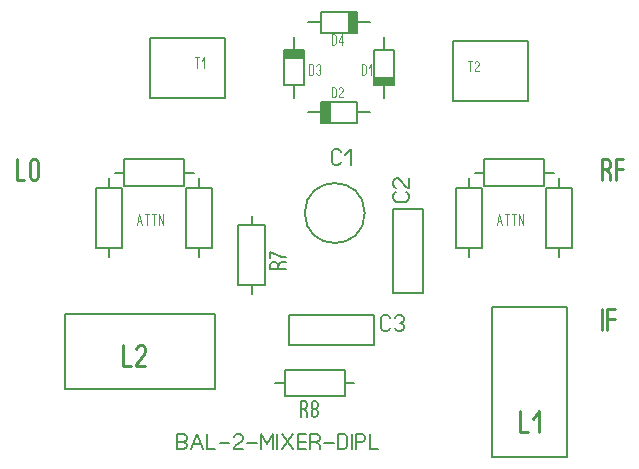
<source format=gbr>
%FSLAX34Y34*%
%MOMM*%
%LNSILK_TOP*%
G71*
G01*
%ADD10C,0.150*%
%ADD11C,0.167*%
%ADD12C,0.222*%
%ADD13C,0.100*%
%ADD14C,0.111*%
%LPD*%
G54D10*
G75*
G01X311150Y219150D02*
G03X311150Y219150I-25400J0D01*
G01*
G54D10*
X57150Y133300D02*
X57150Y69800D01*
X184150Y69800D01*
X184150Y133300D01*
X57150Y133300D01*
G54D10*
X419100Y12650D02*
X482600Y12650D01*
X482600Y139650D01*
X419100Y139650D01*
X419100Y12650D01*
G54D10*
X204171Y208920D02*
X226346Y208920D01*
X226346Y158220D01*
X204171Y158220D01*
X204171Y208920D01*
G54D10*
X215259Y209120D02*
X215259Y217020D01*
G54D10*
X215259Y158120D02*
X215259Y150220D01*
G54D11*
X237516Y174646D02*
X239183Y176646D01*
X240850Y177312D01*
X244183Y177312D01*
G54D11*
X244183Y171979D02*
X230850Y171979D01*
X230850Y175312D01*
X231683Y176646D01*
X233350Y177312D01*
X235016Y177312D01*
X236683Y176646D01*
X237516Y175312D01*
X237516Y171979D01*
G54D11*
X230850Y180979D02*
X230850Y186312D01*
X232516Y185646D01*
X235016Y184312D01*
X238350Y182979D01*
X240850Y182312D01*
X244183Y182312D01*
G54D10*
X360164Y222917D02*
X334764Y222917D01*
X334764Y151317D01*
X360164Y151317D01*
X360164Y222917D01*
G54D11*
X346030Y236791D02*
X347697Y235791D01*
X348530Y233791D01*
X348530Y231791D01*
X347697Y229791D01*
X346030Y228791D01*
X337697Y228791D01*
X336030Y229791D01*
X335197Y231791D01*
X335197Y233791D01*
X336030Y235791D01*
X337697Y236791D01*
G54D11*
X348530Y248458D02*
X348530Y240458D01*
X347697Y240458D01*
X346030Y241458D01*
X341030Y247458D01*
X339364Y248458D01*
X337697Y248458D01*
X336030Y247458D01*
X335197Y245458D01*
X335197Y243458D01*
X336030Y241458D01*
X337697Y240458D01*
G54D10*
X318818Y107440D02*
X318818Y132841D01*
X247218Y132840D01*
X247218Y107440D01*
X318818Y107440D01*
G54D11*
X332692Y121574D02*
X331692Y119907D01*
X329692Y119074D01*
X327692Y119074D01*
X325692Y119907D01*
X324692Y121574D01*
X324692Y129907D01*
X325692Y131574D01*
X327692Y132407D01*
X329692Y132407D01*
X331692Y131574D01*
X332692Y129907D01*
G54D11*
X336359Y129907D02*
X337359Y131574D01*
X339359Y132407D01*
X341359Y132407D01*
X343359Y131574D01*
X344359Y129907D01*
X344359Y128241D01*
X343359Y126574D01*
X341359Y125741D01*
X343359Y124907D01*
X344359Y123241D01*
X344359Y121574D01*
X343359Y119907D01*
X341359Y119074D01*
X339359Y119074D01*
X337359Y119907D01*
X336359Y121574D01*
G54D11*
X291023Y262361D02*
X290023Y260694D01*
X288023Y259861D01*
X286023Y259861D01*
X284023Y260694D01*
X283023Y262361D01*
X283023Y270694D01*
X284023Y272361D01*
X286023Y273194D01*
X288023Y273194D01*
X290023Y272361D01*
X291023Y270694D01*
G54D11*
X294690Y268194D02*
X299690Y273194D01*
X299690Y259861D01*
G54D10*
X294020Y86685D02*
X294020Y64510D01*
X243320Y64510D01*
X243320Y86685D01*
X294020Y86685D01*
G54D10*
X294220Y75597D02*
X302120Y75597D01*
G54D10*
X243220Y75597D02*
X235320Y75597D01*
G54D11*
X259745Y53339D02*
X261745Y51673D01*
X262412Y50006D01*
X262412Y46673D01*
G54D11*
X257079Y46673D02*
X257079Y60006D01*
X260412Y60006D01*
X261745Y59173D01*
X262412Y57506D01*
X262412Y55839D01*
X261745Y54173D01*
X260412Y53339D01*
X257079Y53339D01*
G54D11*
X269412Y53339D02*
X268079Y53339D01*
X266745Y54173D01*
X266079Y55839D01*
X266079Y57506D01*
X266745Y59173D01*
X268079Y60006D01*
X269412Y60006D01*
X270745Y59173D01*
X271412Y57506D01*
X271412Y55839D01*
X270745Y54173D01*
X269412Y53339D01*
X270745Y52506D01*
X271412Y50839D01*
X271412Y49173D01*
X270745Y47506D01*
X269412Y46673D01*
X268079Y46673D01*
X266745Y47506D01*
X266079Y49173D01*
X266079Y50839D01*
X266745Y52506D01*
X268079Y53339D01*
G54D12*
X106754Y107752D02*
X106754Y89974D01*
X112976Y89974D01*
G54D12*
X124976Y89974D02*
X117864Y89974D01*
X117864Y91086D01*
X118753Y93308D01*
X124087Y99974D01*
X124976Y102197D01*
X124976Y104419D01*
X124087Y106641D01*
X122309Y107752D01*
X120531Y107752D01*
X118753Y106641D01*
X117864Y104419D01*
G54D12*
X442883Y51422D02*
X442883Y33644D01*
X449105Y33644D01*
G54D12*
X453994Y44755D02*
X458438Y51422D01*
X458438Y33644D01*
G54D10*
X83521Y240670D02*
X105696Y240670D01*
X105696Y189970D01*
X83521Y189970D01*
X83521Y240670D01*
G54D10*
X94609Y240870D02*
X94609Y248770D01*
G54D10*
X94609Y189870D02*
X94609Y181970D01*
G54D10*
X158062Y264538D02*
X158062Y242363D01*
X107362Y242363D01*
X107362Y264538D01*
X158062Y264538D01*
G54D10*
X158262Y253451D02*
X166162Y253451D01*
G54D10*
X107262Y253451D02*
X99362Y253451D01*
G54D10*
X159712Y240596D02*
X181887Y240596D01*
X181887Y189896D01*
X159712Y189896D01*
X159712Y240596D01*
G54D10*
X170799Y240796D02*
X170799Y248696D01*
G54D10*
X170799Y189796D02*
X170799Y181896D01*
G54D10*
X388321Y240670D02*
X410496Y240670D01*
X410496Y189970D01*
X388321Y189970D01*
X388321Y240670D01*
G54D10*
X399409Y240870D02*
X399409Y248770D01*
G54D10*
X399409Y189870D02*
X399409Y181970D01*
G54D10*
X462862Y264538D02*
X462862Y242363D01*
X412162Y242363D01*
X412162Y264538D01*
X462862Y264538D01*
G54D10*
X463062Y253451D02*
X470962Y253451D01*
G54D10*
X412062Y253451D02*
X404162Y253451D01*
G54D10*
X464512Y240596D02*
X486687Y240596D01*
X486687Y189896D01*
X464512Y189896D01*
X464512Y240596D01*
G54D10*
X475599Y240796D02*
X475599Y248696D01*
G54D10*
X475599Y189796D02*
X475599Y181896D01*
G54D12*
X16323Y264939D02*
X16323Y247161D01*
X22545Y247161D01*
G54D12*
X34545Y261605D02*
X34545Y250494D01*
X33656Y248272D01*
X31878Y247161D01*
X30101Y247161D01*
X28323Y248272D01*
X27434Y250494D01*
X27434Y261605D01*
X28323Y263828D01*
X30101Y264939D01*
X31878Y264939D01*
X33656Y263828D01*
X34545Y261605D01*
G54D12*
X515178Y256050D02*
X517845Y253828D01*
X518734Y251605D01*
X518734Y247161D01*
G54D12*
X511623Y247161D02*
X511623Y264939D01*
X516068Y264939D01*
X517845Y263828D01*
X518734Y261605D01*
X518734Y259383D01*
X517845Y257161D01*
X516068Y256050D01*
X511623Y256050D01*
G54D12*
X523623Y247161D02*
X523623Y264939D01*
X529845Y264939D01*
G54D12*
X523623Y256050D02*
X529845Y256050D01*
G54D12*
X511623Y120161D02*
X511623Y137939D01*
G54D12*
X516512Y120161D02*
X516512Y137939D01*
X522734Y137939D01*
G54D12*
X516512Y129050D02*
X522734Y129050D01*
G54D10*
X304573Y371811D02*
X304573Y389211D01*
X274173Y389211D01*
X274173Y371811D01*
X304573Y371811D01*
G36*
X304473Y371911D02*
X304473Y388611D01*
X297273Y388611D01*
X297273Y371911D01*
X304473Y371911D01*
G37*
G54D13*
X304473Y371911D02*
X304473Y388611D01*
X297273Y388611D01*
X297273Y371911D01*
X304473Y371911D01*
G54D10*
X315573Y380511D02*
X304473Y380511D01*
G54D10*
X274273Y380511D02*
X263173Y380511D01*
G54D10*
X318773Y327211D02*
X336173Y327211D01*
X336173Y357611D01*
X318773Y357611D01*
X318773Y327211D01*
G36*
X318873Y327311D02*
X335573Y327311D01*
X335573Y334511D01*
X318873Y334511D01*
X318873Y327311D01*
G37*
G54D13*
X318873Y327311D02*
X335573Y327311D01*
X335573Y334511D01*
X318873Y334511D01*
X318873Y327311D01*
G54D10*
X327473Y316211D02*
X327473Y327311D01*
G54D10*
X327473Y357511D02*
X327473Y368611D01*
G54D10*
X274173Y313011D02*
X274173Y295611D01*
X304573Y295611D01*
X304573Y313011D01*
X274173Y313011D01*
G36*
X274273Y312911D02*
X274273Y296211D01*
X281473Y296211D01*
X281473Y312911D01*
X274273Y312911D01*
G37*
G54D13*
X274273Y312911D02*
X274273Y296211D01*
X281473Y296211D01*
X281473Y312911D01*
X274273Y312911D01*
G54D10*
X263173Y304311D02*
X274273Y304311D01*
G54D10*
X304473Y304311D02*
X315573Y304311D01*
G54D10*
X259973Y357611D02*
X242573Y357611D01*
X242573Y327211D01*
X259973Y327211D01*
X259973Y357611D01*
G36*
X259873Y357511D02*
X243173Y357511D01*
X243173Y350311D01*
X259873Y350311D01*
X259873Y357511D01*
G37*
G54D13*
X259873Y357511D02*
X243173Y357511D01*
X243173Y350311D01*
X259873Y350311D01*
X259873Y357511D01*
G54D10*
X251273Y368611D02*
X251273Y357511D01*
G54D10*
X251273Y327311D02*
X251273Y316211D01*
G54D14*
X308423Y336061D02*
X308423Y344950D01*
X310645Y344950D01*
X311534Y344394D01*
X311979Y343283D01*
X311979Y337728D01*
X311534Y336617D01*
X310645Y336061D01*
X308423Y336061D01*
G54D14*
X314423Y341617D02*
X316645Y344950D01*
X316645Y336061D01*
G54D14*
X283023Y317011D02*
X283023Y325900D01*
X285245Y325900D01*
X286134Y325344D01*
X286579Y324233D01*
X286579Y318678D01*
X286134Y317567D01*
X285245Y317011D01*
X283023Y317011D01*
G54D14*
X292579Y317011D02*
X289023Y317011D01*
X289023Y317567D01*
X289467Y318678D01*
X292134Y322011D01*
X292579Y323122D01*
X292579Y324233D01*
X292134Y325344D01*
X291245Y325900D01*
X290356Y325900D01*
X289467Y325344D01*
X289023Y324233D01*
G54D14*
X263973Y336061D02*
X263973Y344950D01*
X266195Y344950D01*
X267084Y344394D01*
X267529Y343283D01*
X267529Y337728D01*
X267084Y336617D01*
X266195Y336061D01*
X263973Y336061D01*
G54D14*
X269973Y343283D02*
X270417Y344394D01*
X271306Y344950D01*
X272195Y344950D01*
X273084Y344394D01*
X273529Y343283D01*
X273529Y342172D01*
X273084Y341061D01*
X272195Y340505D01*
X273084Y339950D01*
X273529Y338839D01*
X273529Y337728D01*
X273084Y336617D01*
X272195Y336061D01*
X271306Y336061D01*
X270417Y336617D01*
X269973Y337728D01*
G54D14*
X283023Y361461D02*
X283023Y370350D01*
X285245Y370350D01*
X286134Y369794D01*
X286579Y368683D01*
X286579Y363128D01*
X286134Y362017D01*
X285245Y361461D01*
X283023Y361461D01*
G54D14*
X291690Y361461D02*
X291690Y370350D01*
X289023Y364794D01*
X289023Y363683D01*
X292579Y363683D01*
G54D14*
X117923Y209061D02*
X120145Y217950D01*
X122367Y209061D01*
G54D14*
X118812Y212394D02*
X121479Y212394D01*
G54D14*
X126589Y209061D02*
X126589Y217950D01*
G54D14*
X124811Y217950D02*
X128367Y217950D01*
G54D14*
X132589Y209061D02*
X132589Y217950D01*
G54D14*
X130811Y217950D02*
X134367Y217950D01*
G54D14*
X136811Y209061D02*
X136811Y217950D01*
X140367Y209061D01*
X140367Y217950D01*
G54D14*
X422723Y209061D02*
X424945Y217950D01*
X427167Y209061D01*
G54D14*
X423612Y212394D02*
X426279Y212394D01*
G54D14*
X431389Y209061D02*
X431389Y217950D01*
G54D14*
X429611Y217950D02*
X433167Y217950D01*
G54D14*
X437389Y209061D02*
X437389Y217950D01*
G54D14*
X435611Y217950D02*
X439167Y217950D01*
G54D14*
X441611Y209061D02*
X441611Y217950D01*
X445167Y209061D01*
X445167Y217950D01*
G54D10*
X128950Y316923D02*
X192450Y316923D01*
X192450Y367723D01*
X128950Y367723D01*
X128950Y316923D01*
G54D14*
X168828Y342323D02*
X168828Y351212D01*
G54D14*
X167050Y351212D02*
X170606Y351212D01*
G54D14*
X173050Y347879D02*
X175272Y351212D01*
X175272Y342323D01*
G54D10*
X448990Y364430D02*
X385490Y364430D01*
X385490Y313630D01*
X448990Y313630D01*
X448990Y364430D01*
G54D14*
X399968Y339030D02*
X399968Y347919D01*
G54D14*
X398190Y347919D02*
X401746Y347919D01*
G54D14*
X407746Y339030D02*
X404190Y339030D01*
X404190Y339586D01*
X404634Y340697D01*
X407301Y344030D01*
X407746Y345141D01*
X407746Y346252D01*
X407301Y347363D01*
X406412Y347919D01*
X405523Y347919D01*
X404634Y347363D01*
X404190Y346252D01*
G54D11*
X152400Y19000D02*
X152400Y32333D01*
X157400Y32333D01*
X159400Y31500D01*
X160400Y29833D01*
X160400Y28167D01*
X159400Y26500D01*
X157400Y25667D01*
X159400Y24833D01*
X160400Y23167D01*
X160400Y21500D01*
X159400Y19833D01*
X157400Y19000D01*
X152400Y19000D01*
G54D11*
X152400Y25667D02*
X157400Y25667D01*
G54D11*
X164067Y19000D02*
X169067Y32333D01*
X174067Y19000D01*
G54D11*
X166067Y24000D02*
X172067Y24000D01*
G54D11*
X177734Y32333D02*
X177734Y19000D01*
X184734Y19000D01*
G54D11*
X188401Y24833D02*
X196401Y24833D01*
G54D11*
X208068Y19000D02*
X200068Y19000D01*
X200068Y19833D01*
X201068Y21500D01*
X207068Y26500D01*
X208068Y28167D01*
X208068Y29833D01*
X207068Y31500D01*
X205068Y32333D01*
X203068Y32333D01*
X201068Y31500D01*
X200068Y29833D01*
G54D11*
X211735Y24833D02*
X219735Y24833D01*
G54D11*
X223402Y19000D02*
X223402Y32333D01*
X228402Y24000D01*
X233402Y32333D01*
X233402Y19000D01*
G54D11*
X237069Y19000D02*
X237069Y32333D01*
G54D11*
X240736Y32333D02*
X250736Y19000D01*
G54D11*
X240736Y19000D02*
X250736Y32333D01*
G54D11*
X261403Y19000D02*
X254403Y19000D01*
X254403Y32333D01*
X261403Y32333D01*
G54D11*
X254403Y25667D02*
X261403Y25667D01*
G54D11*
X269070Y25667D02*
X272070Y24000D01*
X273070Y22333D01*
X273070Y19000D01*
G54D11*
X265070Y19000D02*
X265070Y32333D01*
X270070Y32333D01*
X272070Y31500D01*
X273070Y29833D01*
X273070Y28167D01*
X272070Y26500D01*
X270070Y25667D01*
X265070Y25667D01*
G54D11*
X276737Y24833D02*
X284737Y24833D01*
G54D11*
X288404Y19000D02*
X288404Y32333D01*
X293404Y32333D01*
X295404Y31500D01*
X296404Y29833D01*
X296404Y21500D01*
X295404Y19833D01*
X293404Y19000D01*
X288404Y19000D01*
G54D11*
X300071Y19000D02*
X300071Y32333D01*
G54D11*
X303738Y19000D02*
X303738Y32333D01*
X308738Y32333D01*
X310738Y31500D01*
X311738Y29833D01*
X311738Y28167D01*
X310738Y26500D01*
X308738Y25667D01*
X303738Y25667D01*
G54D11*
X315405Y32333D02*
X315405Y19000D01*
X322405Y19000D01*
M02*

</source>
